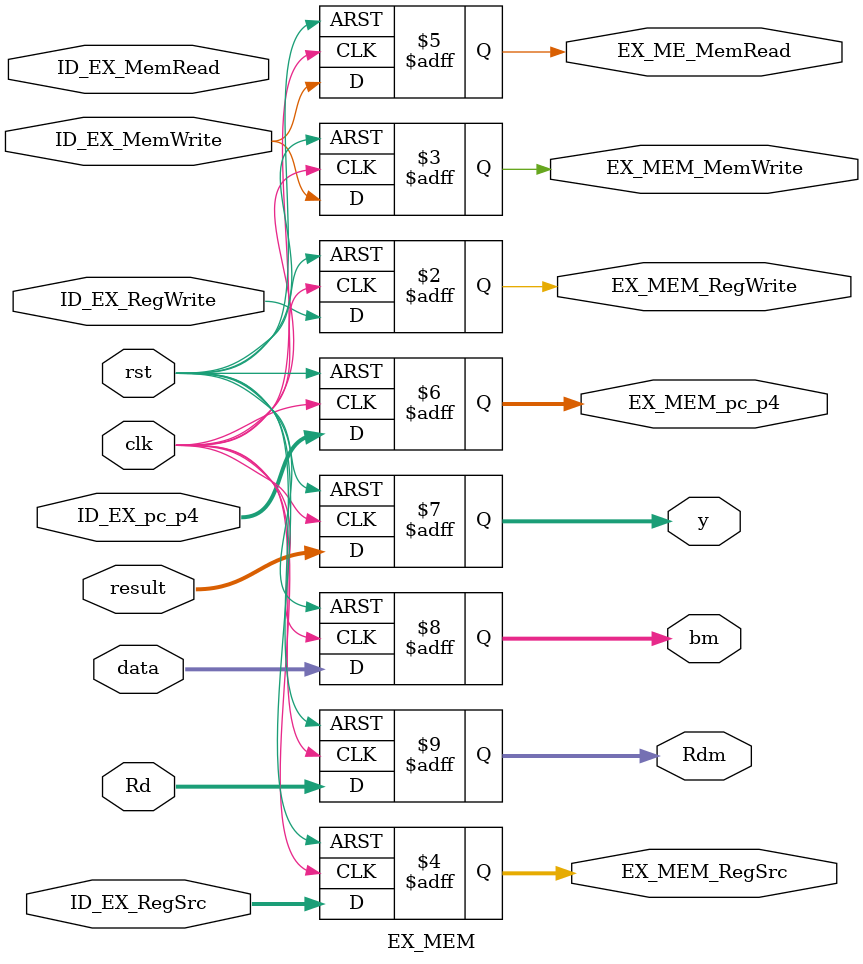
<source format=v>
`timescale 1ns / 1ps
module EX_MEM(
    input clk,
    input rst,
    input ID_EX_RegWrite,
    input ID_EX_MemWrite,
    input [1:0] ID_EX_RegSrc,
    input ID_EX_MemRead,
    input [31:0] ID_EX_pc_p4,
    input [31:0] result,
    input [31:0] data,
    input [4:0] Rd,
    output reg EX_MEM_RegWrite,
    output reg EX_MEM_MemWrite,
    output reg [1:0] EX_MEM_RegSrc,
    output reg EX_ME_MemRead,                     //ctrlm要用
    output reg [31:0] EX_MEM_pc_p4,
    output reg [31:0] y,
    output reg [31:0] bm,
    output reg [4:0] Rdm
);

always@(posedge clk or posedge rst)
begin
    if(rst) begin
        EX_MEM_RegWrite <= 0;
        EX_MEM_MemWrite <= 0;
        EX_MEM_RegSrc <= 0;
        EX_ME_MemRead <= 0;                     
        EX_MEM_pc_p4 <= 0;
        y <= 0;
        bm <= 0;
        Rdm <= 0;
    end 
    else begin
        EX_MEM_RegWrite <= ID_EX_RegWrite;
        EX_MEM_MemWrite <= ID_EX_MemWrite;
        EX_MEM_RegSrc <= ID_EX_RegSrc;
        EX_ME_MemRead <= ID_EX_MemWrite;                     
        EX_MEM_pc_p4 <= ID_EX_pc_p4;
        y <= result;
        bm <= data;
        Rdm <= Rd;
    end
end

endmodule

</source>
